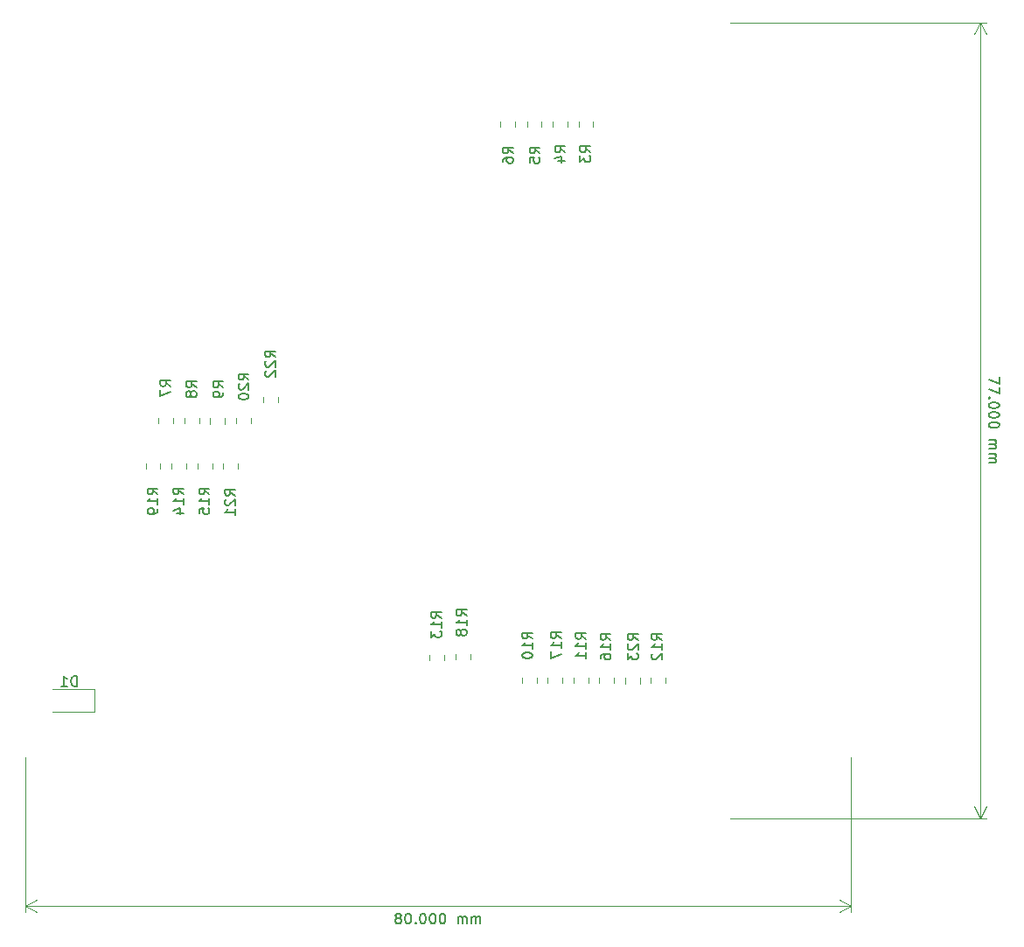
<source format=gbr>
%TF.GenerationSoftware,KiCad,Pcbnew,(5.1.2-1)-1*%
%TF.CreationDate,2019-08-17T10:29:18+10:00*%
%TF.ProjectId,GreengrassEntryHardware,47726565-6e67-4726-9173-73456e747279,v1.0*%
%TF.SameCoordinates,Original*%
%TF.FileFunction,Legend,Bot*%
%TF.FilePolarity,Positive*%
%FSLAX46Y46*%
G04 Gerber Fmt 4.6, Leading zero omitted, Abs format (unit mm)*
G04 Created by KiCad (PCBNEW (5.1.2-1)-1) date 2019-08-17 10:29:18*
%MOMM*%
%LPD*%
G04 APERTURE LIST*
%ADD10C,0.150000*%
%ADD11C,0.120000*%
G04 APERTURE END LIST*
D10*
X144347619Y-141250952D02*
X144252380Y-141203333D01*
X144204761Y-141155714D01*
X144157142Y-141060476D01*
X144157142Y-141012857D01*
X144204761Y-140917619D01*
X144252380Y-140870000D01*
X144347619Y-140822380D01*
X144538095Y-140822380D01*
X144633333Y-140870000D01*
X144680952Y-140917619D01*
X144728571Y-141012857D01*
X144728571Y-141060476D01*
X144680952Y-141155714D01*
X144633333Y-141203333D01*
X144538095Y-141250952D01*
X144347619Y-141250952D01*
X144252380Y-141298571D01*
X144204761Y-141346190D01*
X144157142Y-141441428D01*
X144157142Y-141631904D01*
X144204761Y-141727142D01*
X144252380Y-141774761D01*
X144347619Y-141822380D01*
X144538095Y-141822380D01*
X144633333Y-141774761D01*
X144680952Y-141727142D01*
X144728571Y-141631904D01*
X144728571Y-141441428D01*
X144680952Y-141346190D01*
X144633333Y-141298571D01*
X144538095Y-141250952D01*
X145347619Y-140822380D02*
X145442857Y-140822380D01*
X145538095Y-140870000D01*
X145585714Y-140917619D01*
X145633333Y-141012857D01*
X145680952Y-141203333D01*
X145680952Y-141441428D01*
X145633333Y-141631904D01*
X145585714Y-141727142D01*
X145538095Y-141774761D01*
X145442857Y-141822380D01*
X145347619Y-141822380D01*
X145252380Y-141774761D01*
X145204761Y-141727142D01*
X145157142Y-141631904D01*
X145109523Y-141441428D01*
X145109523Y-141203333D01*
X145157142Y-141012857D01*
X145204761Y-140917619D01*
X145252380Y-140870000D01*
X145347619Y-140822380D01*
X146109523Y-141727142D02*
X146157142Y-141774761D01*
X146109523Y-141822380D01*
X146061904Y-141774761D01*
X146109523Y-141727142D01*
X146109523Y-141822380D01*
X146776190Y-140822380D02*
X146871428Y-140822380D01*
X146966666Y-140870000D01*
X147014285Y-140917619D01*
X147061904Y-141012857D01*
X147109523Y-141203333D01*
X147109523Y-141441428D01*
X147061904Y-141631904D01*
X147014285Y-141727142D01*
X146966666Y-141774761D01*
X146871428Y-141822380D01*
X146776190Y-141822380D01*
X146680952Y-141774761D01*
X146633333Y-141727142D01*
X146585714Y-141631904D01*
X146538095Y-141441428D01*
X146538095Y-141203333D01*
X146585714Y-141012857D01*
X146633333Y-140917619D01*
X146680952Y-140870000D01*
X146776190Y-140822380D01*
X147728571Y-140822380D02*
X147823809Y-140822380D01*
X147919047Y-140870000D01*
X147966666Y-140917619D01*
X148014285Y-141012857D01*
X148061904Y-141203333D01*
X148061904Y-141441428D01*
X148014285Y-141631904D01*
X147966666Y-141727142D01*
X147919047Y-141774761D01*
X147823809Y-141822380D01*
X147728571Y-141822380D01*
X147633333Y-141774761D01*
X147585714Y-141727142D01*
X147538095Y-141631904D01*
X147490476Y-141441428D01*
X147490476Y-141203333D01*
X147538095Y-141012857D01*
X147585714Y-140917619D01*
X147633333Y-140870000D01*
X147728571Y-140822380D01*
X148680952Y-140822380D02*
X148776190Y-140822380D01*
X148871428Y-140870000D01*
X148919047Y-140917619D01*
X148966666Y-141012857D01*
X149014285Y-141203333D01*
X149014285Y-141441428D01*
X148966666Y-141631904D01*
X148919047Y-141727142D01*
X148871428Y-141774761D01*
X148776190Y-141822380D01*
X148680952Y-141822380D01*
X148585714Y-141774761D01*
X148538095Y-141727142D01*
X148490476Y-141631904D01*
X148442857Y-141441428D01*
X148442857Y-141203333D01*
X148490476Y-141012857D01*
X148538095Y-140917619D01*
X148585714Y-140870000D01*
X148680952Y-140822380D01*
X150204761Y-141822380D02*
X150204761Y-141155714D01*
X150204761Y-141250952D02*
X150252380Y-141203333D01*
X150347619Y-141155714D01*
X150490476Y-141155714D01*
X150585714Y-141203333D01*
X150633333Y-141298571D01*
X150633333Y-141822380D01*
X150633333Y-141298571D02*
X150680952Y-141203333D01*
X150776190Y-141155714D01*
X150919047Y-141155714D01*
X151014285Y-141203333D01*
X151061904Y-141298571D01*
X151061904Y-141822380D01*
X151538095Y-141822380D02*
X151538095Y-141155714D01*
X151538095Y-141250952D02*
X151585714Y-141203333D01*
X151680952Y-141155714D01*
X151823809Y-141155714D01*
X151919047Y-141203333D01*
X151966666Y-141298571D01*
X151966666Y-141822380D01*
X151966666Y-141298571D02*
X152014285Y-141203333D01*
X152109523Y-141155714D01*
X152252380Y-141155714D01*
X152347619Y-141203333D01*
X152395238Y-141298571D01*
X152395238Y-141822380D01*
D11*
X188300000Y-140100000D02*
X108300000Y-140100000D01*
X188300000Y-125700000D02*
X188300000Y-140686421D01*
X108300000Y-125700000D02*
X108300000Y-140686421D01*
X108300000Y-140100000D02*
X109426504Y-139513579D01*
X108300000Y-140100000D02*
X109426504Y-140686421D01*
X188300000Y-140100000D02*
X187173496Y-139513579D01*
X188300000Y-140100000D02*
X187173496Y-140686421D01*
D10*
X202617619Y-88909523D02*
X202617619Y-89576190D01*
X201617619Y-89147619D01*
X202617619Y-89861904D02*
X202617619Y-90528571D01*
X201617619Y-90100000D01*
X201712857Y-90909523D02*
X201665238Y-90957142D01*
X201617619Y-90909523D01*
X201665238Y-90861904D01*
X201712857Y-90909523D01*
X201617619Y-90909523D01*
X202617619Y-91576190D02*
X202617619Y-91671428D01*
X202570000Y-91766666D01*
X202522380Y-91814285D01*
X202427142Y-91861904D01*
X202236666Y-91909523D01*
X201998571Y-91909523D01*
X201808095Y-91861904D01*
X201712857Y-91814285D01*
X201665238Y-91766666D01*
X201617619Y-91671428D01*
X201617619Y-91576190D01*
X201665238Y-91480952D01*
X201712857Y-91433333D01*
X201808095Y-91385714D01*
X201998571Y-91338095D01*
X202236666Y-91338095D01*
X202427142Y-91385714D01*
X202522380Y-91433333D01*
X202570000Y-91480952D01*
X202617619Y-91576190D01*
X202617619Y-92528571D02*
X202617619Y-92623809D01*
X202570000Y-92719047D01*
X202522380Y-92766666D01*
X202427142Y-92814285D01*
X202236666Y-92861904D01*
X201998571Y-92861904D01*
X201808095Y-92814285D01*
X201712857Y-92766666D01*
X201665238Y-92719047D01*
X201617619Y-92623809D01*
X201617619Y-92528571D01*
X201665238Y-92433333D01*
X201712857Y-92385714D01*
X201808095Y-92338095D01*
X201998571Y-92290476D01*
X202236666Y-92290476D01*
X202427142Y-92338095D01*
X202522380Y-92385714D01*
X202570000Y-92433333D01*
X202617619Y-92528571D01*
X202617619Y-93480952D02*
X202617619Y-93576190D01*
X202570000Y-93671428D01*
X202522380Y-93719047D01*
X202427142Y-93766666D01*
X202236666Y-93814285D01*
X201998571Y-93814285D01*
X201808095Y-93766666D01*
X201712857Y-93719047D01*
X201665238Y-93671428D01*
X201617619Y-93576190D01*
X201617619Y-93480952D01*
X201665238Y-93385714D01*
X201712857Y-93338095D01*
X201808095Y-93290476D01*
X201998571Y-93242857D01*
X202236666Y-93242857D01*
X202427142Y-93290476D01*
X202522380Y-93338095D01*
X202570000Y-93385714D01*
X202617619Y-93480952D01*
X201617619Y-95004761D02*
X202284285Y-95004761D01*
X202189047Y-95004761D02*
X202236666Y-95052380D01*
X202284285Y-95147619D01*
X202284285Y-95290476D01*
X202236666Y-95385714D01*
X202141428Y-95433333D01*
X201617619Y-95433333D01*
X202141428Y-95433333D02*
X202236666Y-95480952D01*
X202284285Y-95576190D01*
X202284285Y-95719047D01*
X202236666Y-95814285D01*
X202141428Y-95861904D01*
X201617619Y-95861904D01*
X201617619Y-96338095D02*
X202284285Y-96338095D01*
X202189047Y-96338095D02*
X202236666Y-96385714D01*
X202284285Y-96480952D01*
X202284285Y-96623809D01*
X202236666Y-96719047D01*
X202141428Y-96766666D01*
X201617619Y-96766666D01*
X202141428Y-96766666D02*
X202236666Y-96814285D01*
X202284285Y-96909523D01*
X202284285Y-97052380D01*
X202236666Y-97147619D01*
X202141428Y-97195238D01*
X201617619Y-97195238D01*
D11*
X200800000Y-54600000D02*
X200800000Y-131600000D01*
X176600000Y-54600000D02*
X201386421Y-54600000D01*
X176600000Y-131600000D02*
X201386421Y-131600000D01*
X200800000Y-131600000D02*
X200213579Y-130473496D01*
X200800000Y-131600000D02*
X201386421Y-130473496D01*
X200800000Y-54600000D02*
X200213579Y-55726504D01*
X200800000Y-54600000D02*
X201386421Y-55726504D01*
X166415000Y-118561252D02*
X166415000Y-118038748D01*
X167835000Y-118561252D02*
X167835000Y-118038748D01*
X131390000Y-91311252D02*
X131390000Y-90788748D01*
X132810000Y-91311252D02*
X132810000Y-90788748D01*
X127490000Y-97761252D02*
X127490000Y-97238748D01*
X128910000Y-97761252D02*
X128910000Y-97238748D01*
X128740000Y-93361252D02*
X128740000Y-92838748D01*
X130160000Y-93361252D02*
X130160000Y-92838748D01*
X151410000Y-116236252D02*
X151410000Y-115713748D01*
X149990000Y-116236252D02*
X149990000Y-115713748D01*
X148910000Y-116336252D02*
X148910000Y-115813748D01*
X147490000Y-116336252D02*
X147490000Y-115813748D01*
X157835000Y-118511252D02*
X157835000Y-117988748D01*
X156415000Y-118511252D02*
X156415000Y-117988748D01*
X162835000Y-118536252D02*
X162835000Y-118013748D01*
X161415000Y-118536252D02*
X161415000Y-118013748D01*
X170285000Y-118536252D02*
X170285000Y-118013748D01*
X168865000Y-118536252D02*
X168865000Y-118013748D01*
X163890000Y-118536252D02*
X163890000Y-118013748D01*
X165310000Y-118536252D02*
X165310000Y-118013748D01*
X158890000Y-118536252D02*
X158890000Y-118013748D01*
X160310000Y-118536252D02*
X160310000Y-118013748D01*
X119990000Y-97761252D02*
X119990000Y-97238748D01*
X121410000Y-97761252D02*
X121410000Y-97238748D01*
X124990000Y-97761252D02*
X124990000Y-97238748D01*
X126410000Y-97761252D02*
X126410000Y-97238748D01*
X158310000Y-64163748D02*
X158310000Y-64686252D01*
X156890000Y-64163748D02*
X156890000Y-64686252D01*
X161890000Y-64163748D02*
X161890000Y-64686252D01*
X163310000Y-64163748D02*
X163310000Y-64686252D01*
X154340000Y-64163748D02*
X154340000Y-64686252D01*
X155760000Y-64163748D02*
X155760000Y-64686252D01*
X160810000Y-64163748D02*
X160810000Y-64686252D01*
X159390000Y-64163748D02*
X159390000Y-64686252D01*
X121240000Y-93386252D02*
X121240000Y-92863748D01*
X122660000Y-93386252D02*
X122660000Y-92863748D01*
X125160000Y-93386252D02*
X125160000Y-92863748D01*
X123740000Y-93386252D02*
X123740000Y-92863748D01*
X126240000Y-93411252D02*
X126240000Y-92888748D01*
X127660000Y-93411252D02*
X127660000Y-92888748D01*
X123910000Y-97761252D02*
X123910000Y-97238748D01*
X122490000Y-97761252D02*
X122490000Y-97238748D01*
X110987500Y-119065000D02*
X115047500Y-119065000D01*
X115047500Y-119065000D02*
X115047500Y-121335000D01*
X115047500Y-121335000D02*
X110987500Y-121335000D01*
D10*
X167652380Y-114357142D02*
X167176190Y-114023809D01*
X167652380Y-113785714D02*
X166652380Y-113785714D01*
X166652380Y-114166666D01*
X166700000Y-114261904D01*
X166747619Y-114309523D01*
X166842857Y-114357142D01*
X166985714Y-114357142D01*
X167080952Y-114309523D01*
X167128571Y-114261904D01*
X167176190Y-114166666D01*
X167176190Y-113785714D01*
X166747619Y-114738095D02*
X166700000Y-114785714D01*
X166652380Y-114880952D01*
X166652380Y-115119047D01*
X166700000Y-115214285D01*
X166747619Y-115261904D01*
X166842857Y-115309523D01*
X166938095Y-115309523D01*
X167080952Y-115261904D01*
X167652380Y-114690476D01*
X167652380Y-115309523D01*
X166652380Y-115642857D02*
X166652380Y-116261904D01*
X167033333Y-115928571D01*
X167033333Y-116071428D01*
X167080952Y-116166666D01*
X167128571Y-116214285D01*
X167223809Y-116261904D01*
X167461904Y-116261904D01*
X167557142Y-116214285D01*
X167604761Y-116166666D01*
X167652380Y-116071428D01*
X167652380Y-115785714D01*
X167604761Y-115690476D01*
X167557142Y-115642857D01*
X132552380Y-86957142D02*
X132076190Y-86623809D01*
X132552380Y-86385714D02*
X131552380Y-86385714D01*
X131552380Y-86766666D01*
X131600000Y-86861904D01*
X131647619Y-86909523D01*
X131742857Y-86957142D01*
X131885714Y-86957142D01*
X131980952Y-86909523D01*
X132028571Y-86861904D01*
X132076190Y-86766666D01*
X132076190Y-86385714D01*
X131647619Y-87338095D02*
X131600000Y-87385714D01*
X131552380Y-87480952D01*
X131552380Y-87719047D01*
X131600000Y-87814285D01*
X131647619Y-87861904D01*
X131742857Y-87909523D01*
X131838095Y-87909523D01*
X131980952Y-87861904D01*
X132552380Y-87290476D01*
X132552380Y-87909523D01*
X131647619Y-88290476D02*
X131600000Y-88338095D01*
X131552380Y-88433333D01*
X131552380Y-88671428D01*
X131600000Y-88766666D01*
X131647619Y-88814285D01*
X131742857Y-88861904D01*
X131838095Y-88861904D01*
X131980952Y-88814285D01*
X132552380Y-88242857D01*
X132552380Y-88861904D01*
X128652380Y-100357142D02*
X128176190Y-100023809D01*
X128652380Y-99785714D02*
X127652380Y-99785714D01*
X127652380Y-100166666D01*
X127700000Y-100261904D01*
X127747619Y-100309523D01*
X127842857Y-100357142D01*
X127985714Y-100357142D01*
X128080952Y-100309523D01*
X128128571Y-100261904D01*
X128176190Y-100166666D01*
X128176190Y-99785714D01*
X127747619Y-100738095D02*
X127700000Y-100785714D01*
X127652380Y-100880952D01*
X127652380Y-101119047D01*
X127700000Y-101214285D01*
X127747619Y-101261904D01*
X127842857Y-101309523D01*
X127938095Y-101309523D01*
X128080952Y-101261904D01*
X128652380Y-100690476D01*
X128652380Y-101309523D01*
X128652380Y-102261904D02*
X128652380Y-101690476D01*
X128652380Y-101976190D02*
X127652380Y-101976190D01*
X127795238Y-101880952D01*
X127890476Y-101785714D01*
X127938095Y-101690476D01*
X129952380Y-89157142D02*
X129476190Y-88823809D01*
X129952380Y-88585714D02*
X128952380Y-88585714D01*
X128952380Y-88966666D01*
X129000000Y-89061904D01*
X129047619Y-89109523D01*
X129142857Y-89157142D01*
X129285714Y-89157142D01*
X129380952Y-89109523D01*
X129428571Y-89061904D01*
X129476190Y-88966666D01*
X129476190Y-88585714D01*
X129047619Y-89538095D02*
X129000000Y-89585714D01*
X128952380Y-89680952D01*
X128952380Y-89919047D01*
X129000000Y-90014285D01*
X129047619Y-90061904D01*
X129142857Y-90109523D01*
X129238095Y-90109523D01*
X129380952Y-90061904D01*
X129952380Y-89490476D01*
X129952380Y-90109523D01*
X128952380Y-90728571D02*
X128952380Y-90823809D01*
X129000000Y-90919047D01*
X129047619Y-90966666D01*
X129142857Y-91014285D01*
X129333333Y-91061904D01*
X129571428Y-91061904D01*
X129761904Y-91014285D01*
X129857142Y-90966666D01*
X129904761Y-90919047D01*
X129952380Y-90823809D01*
X129952380Y-90728571D01*
X129904761Y-90633333D01*
X129857142Y-90585714D01*
X129761904Y-90538095D01*
X129571428Y-90490476D01*
X129333333Y-90490476D01*
X129142857Y-90538095D01*
X129047619Y-90585714D01*
X129000000Y-90633333D01*
X128952380Y-90728571D01*
X151052380Y-112007142D02*
X150576190Y-111673809D01*
X151052380Y-111435714D02*
X150052380Y-111435714D01*
X150052380Y-111816666D01*
X150100000Y-111911904D01*
X150147619Y-111959523D01*
X150242857Y-112007142D01*
X150385714Y-112007142D01*
X150480952Y-111959523D01*
X150528571Y-111911904D01*
X150576190Y-111816666D01*
X150576190Y-111435714D01*
X151052380Y-112959523D02*
X151052380Y-112388095D01*
X151052380Y-112673809D02*
X150052380Y-112673809D01*
X150195238Y-112578571D01*
X150290476Y-112483333D01*
X150338095Y-112388095D01*
X150480952Y-113530952D02*
X150433333Y-113435714D01*
X150385714Y-113388095D01*
X150290476Y-113340476D01*
X150242857Y-113340476D01*
X150147619Y-113388095D01*
X150100000Y-113435714D01*
X150052380Y-113530952D01*
X150052380Y-113721428D01*
X150100000Y-113816666D01*
X150147619Y-113864285D01*
X150242857Y-113911904D01*
X150290476Y-113911904D01*
X150385714Y-113864285D01*
X150433333Y-113816666D01*
X150480952Y-113721428D01*
X150480952Y-113530952D01*
X150528571Y-113435714D01*
X150576190Y-113388095D01*
X150671428Y-113340476D01*
X150861904Y-113340476D01*
X150957142Y-113388095D01*
X151004761Y-113435714D01*
X151052380Y-113530952D01*
X151052380Y-113721428D01*
X151004761Y-113816666D01*
X150957142Y-113864285D01*
X150861904Y-113911904D01*
X150671428Y-113911904D01*
X150576190Y-113864285D01*
X150528571Y-113816666D01*
X150480952Y-113721428D01*
X148602380Y-112207142D02*
X148126190Y-111873809D01*
X148602380Y-111635714D02*
X147602380Y-111635714D01*
X147602380Y-112016666D01*
X147650000Y-112111904D01*
X147697619Y-112159523D01*
X147792857Y-112207142D01*
X147935714Y-112207142D01*
X148030952Y-112159523D01*
X148078571Y-112111904D01*
X148126190Y-112016666D01*
X148126190Y-111635714D01*
X148602380Y-113159523D02*
X148602380Y-112588095D01*
X148602380Y-112873809D02*
X147602380Y-112873809D01*
X147745238Y-112778571D01*
X147840476Y-112683333D01*
X147888095Y-112588095D01*
X147602380Y-113492857D02*
X147602380Y-114111904D01*
X147983333Y-113778571D01*
X147983333Y-113921428D01*
X148030952Y-114016666D01*
X148078571Y-114064285D01*
X148173809Y-114111904D01*
X148411904Y-114111904D01*
X148507142Y-114064285D01*
X148554761Y-114016666D01*
X148602380Y-113921428D01*
X148602380Y-113635714D01*
X148554761Y-113540476D01*
X148507142Y-113492857D01*
X157427380Y-114232142D02*
X156951190Y-113898809D01*
X157427380Y-113660714D02*
X156427380Y-113660714D01*
X156427380Y-114041666D01*
X156475000Y-114136904D01*
X156522619Y-114184523D01*
X156617857Y-114232142D01*
X156760714Y-114232142D01*
X156855952Y-114184523D01*
X156903571Y-114136904D01*
X156951190Y-114041666D01*
X156951190Y-113660714D01*
X157427380Y-115184523D02*
X157427380Y-114613095D01*
X157427380Y-114898809D02*
X156427380Y-114898809D01*
X156570238Y-114803571D01*
X156665476Y-114708333D01*
X156713095Y-114613095D01*
X156427380Y-115803571D02*
X156427380Y-115898809D01*
X156475000Y-115994047D01*
X156522619Y-116041666D01*
X156617857Y-116089285D01*
X156808333Y-116136904D01*
X157046428Y-116136904D01*
X157236904Y-116089285D01*
X157332142Y-116041666D01*
X157379761Y-115994047D01*
X157427380Y-115898809D01*
X157427380Y-115803571D01*
X157379761Y-115708333D01*
X157332142Y-115660714D01*
X157236904Y-115613095D01*
X157046428Y-115565476D01*
X156808333Y-115565476D01*
X156617857Y-115613095D01*
X156522619Y-115660714D01*
X156475000Y-115708333D01*
X156427380Y-115803571D01*
X162627380Y-114257142D02*
X162151190Y-113923809D01*
X162627380Y-113685714D02*
X161627380Y-113685714D01*
X161627380Y-114066666D01*
X161675000Y-114161904D01*
X161722619Y-114209523D01*
X161817857Y-114257142D01*
X161960714Y-114257142D01*
X162055952Y-114209523D01*
X162103571Y-114161904D01*
X162151190Y-114066666D01*
X162151190Y-113685714D01*
X162627380Y-115209523D02*
X162627380Y-114638095D01*
X162627380Y-114923809D02*
X161627380Y-114923809D01*
X161770238Y-114828571D01*
X161865476Y-114733333D01*
X161913095Y-114638095D01*
X162627380Y-116161904D02*
X162627380Y-115590476D01*
X162627380Y-115876190D02*
X161627380Y-115876190D01*
X161770238Y-115780952D01*
X161865476Y-115685714D01*
X161913095Y-115590476D01*
X169977380Y-114357142D02*
X169501190Y-114023809D01*
X169977380Y-113785714D02*
X168977380Y-113785714D01*
X168977380Y-114166666D01*
X169025000Y-114261904D01*
X169072619Y-114309523D01*
X169167857Y-114357142D01*
X169310714Y-114357142D01*
X169405952Y-114309523D01*
X169453571Y-114261904D01*
X169501190Y-114166666D01*
X169501190Y-113785714D01*
X169977380Y-115309523D02*
X169977380Y-114738095D01*
X169977380Y-115023809D02*
X168977380Y-115023809D01*
X169120238Y-114928571D01*
X169215476Y-114833333D01*
X169263095Y-114738095D01*
X169072619Y-115690476D02*
X169025000Y-115738095D01*
X168977380Y-115833333D01*
X168977380Y-116071428D01*
X169025000Y-116166666D01*
X169072619Y-116214285D01*
X169167857Y-116261904D01*
X169263095Y-116261904D01*
X169405952Y-116214285D01*
X169977380Y-115642857D01*
X169977380Y-116261904D01*
X165002380Y-114357142D02*
X164526190Y-114023809D01*
X165002380Y-113785714D02*
X164002380Y-113785714D01*
X164002380Y-114166666D01*
X164050000Y-114261904D01*
X164097619Y-114309523D01*
X164192857Y-114357142D01*
X164335714Y-114357142D01*
X164430952Y-114309523D01*
X164478571Y-114261904D01*
X164526190Y-114166666D01*
X164526190Y-113785714D01*
X165002380Y-115309523D02*
X165002380Y-114738095D01*
X165002380Y-115023809D02*
X164002380Y-115023809D01*
X164145238Y-114928571D01*
X164240476Y-114833333D01*
X164288095Y-114738095D01*
X164002380Y-116166666D02*
X164002380Y-115976190D01*
X164050000Y-115880952D01*
X164097619Y-115833333D01*
X164240476Y-115738095D01*
X164430952Y-115690476D01*
X164811904Y-115690476D01*
X164907142Y-115738095D01*
X164954761Y-115785714D01*
X165002380Y-115880952D01*
X165002380Y-116071428D01*
X164954761Y-116166666D01*
X164907142Y-116214285D01*
X164811904Y-116261904D01*
X164573809Y-116261904D01*
X164478571Y-116214285D01*
X164430952Y-116166666D01*
X164383333Y-116071428D01*
X164383333Y-115880952D01*
X164430952Y-115785714D01*
X164478571Y-115738095D01*
X164573809Y-115690476D01*
X160202380Y-114182142D02*
X159726190Y-113848809D01*
X160202380Y-113610714D02*
X159202380Y-113610714D01*
X159202380Y-113991666D01*
X159250000Y-114086904D01*
X159297619Y-114134523D01*
X159392857Y-114182142D01*
X159535714Y-114182142D01*
X159630952Y-114134523D01*
X159678571Y-114086904D01*
X159726190Y-113991666D01*
X159726190Y-113610714D01*
X160202380Y-115134523D02*
X160202380Y-114563095D01*
X160202380Y-114848809D02*
X159202380Y-114848809D01*
X159345238Y-114753571D01*
X159440476Y-114658333D01*
X159488095Y-114563095D01*
X159202380Y-115467857D02*
X159202380Y-116134523D01*
X160202380Y-115705952D01*
X121152380Y-100257142D02*
X120676190Y-99923809D01*
X121152380Y-99685714D02*
X120152380Y-99685714D01*
X120152380Y-100066666D01*
X120200000Y-100161904D01*
X120247619Y-100209523D01*
X120342857Y-100257142D01*
X120485714Y-100257142D01*
X120580952Y-100209523D01*
X120628571Y-100161904D01*
X120676190Y-100066666D01*
X120676190Y-99685714D01*
X121152380Y-101209523D02*
X121152380Y-100638095D01*
X121152380Y-100923809D02*
X120152380Y-100923809D01*
X120295238Y-100828571D01*
X120390476Y-100733333D01*
X120438095Y-100638095D01*
X121152380Y-101685714D02*
X121152380Y-101876190D01*
X121104761Y-101971428D01*
X121057142Y-102019047D01*
X120914285Y-102114285D01*
X120723809Y-102161904D01*
X120342857Y-102161904D01*
X120247619Y-102114285D01*
X120200000Y-102066666D01*
X120152380Y-101971428D01*
X120152380Y-101780952D01*
X120200000Y-101685714D01*
X120247619Y-101638095D01*
X120342857Y-101590476D01*
X120580952Y-101590476D01*
X120676190Y-101638095D01*
X120723809Y-101685714D01*
X120771428Y-101780952D01*
X120771428Y-101971428D01*
X120723809Y-102066666D01*
X120676190Y-102114285D01*
X120580952Y-102161904D01*
X126152380Y-100257142D02*
X125676190Y-99923809D01*
X126152380Y-99685714D02*
X125152380Y-99685714D01*
X125152380Y-100066666D01*
X125200000Y-100161904D01*
X125247619Y-100209523D01*
X125342857Y-100257142D01*
X125485714Y-100257142D01*
X125580952Y-100209523D01*
X125628571Y-100161904D01*
X125676190Y-100066666D01*
X125676190Y-99685714D01*
X126152380Y-101209523D02*
X126152380Y-100638095D01*
X126152380Y-100923809D02*
X125152380Y-100923809D01*
X125295238Y-100828571D01*
X125390476Y-100733333D01*
X125438095Y-100638095D01*
X125152380Y-102114285D02*
X125152380Y-101638095D01*
X125628571Y-101590476D01*
X125580952Y-101638095D01*
X125533333Y-101733333D01*
X125533333Y-101971428D01*
X125580952Y-102066666D01*
X125628571Y-102114285D01*
X125723809Y-102161904D01*
X125961904Y-102161904D01*
X126057142Y-102114285D01*
X126104761Y-102066666D01*
X126152380Y-101971428D01*
X126152380Y-101733333D01*
X126104761Y-101638095D01*
X126057142Y-101590476D01*
X158152380Y-67233333D02*
X157676190Y-66900000D01*
X158152380Y-66661904D02*
X157152380Y-66661904D01*
X157152380Y-67042857D01*
X157200000Y-67138095D01*
X157247619Y-67185714D01*
X157342857Y-67233333D01*
X157485714Y-67233333D01*
X157580952Y-67185714D01*
X157628571Y-67138095D01*
X157676190Y-67042857D01*
X157676190Y-66661904D01*
X157152380Y-68138095D02*
X157152380Y-67661904D01*
X157628571Y-67614285D01*
X157580952Y-67661904D01*
X157533333Y-67757142D01*
X157533333Y-67995238D01*
X157580952Y-68090476D01*
X157628571Y-68138095D01*
X157723809Y-68185714D01*
X157961904Y-68185714D01*
X158057142Y-68138095D01*
X158104761Y-68090476D01*
X158152380Y-67995238D01*
X158152380Y-67757142D01*
X158104761Y-67661904D01*
X158057142Y-67614285D01*
X163052380Y-67133333D02*
X162576190Y-66800000D01*
X163052380Y-66561904D02*
X162052380Y-66561904D01*
X162052380Y-66942857D01*
X162100000Y-67038095D01*
X162147619Y-67085714D01*
X162242857Y-67133333D01*
X162385714Y-67133333D01*
X162480952Y-67085714D01*
X162528571Y-67038095D01*
X162576190Y-66942857D01*
X162576190Y-66561904D01*
X162052380Y-67466666D02*
X162052380Y-68085714D01*
X162433333Y-67752380D01*
X162433333Y-67895238D01*
X162480952Y-67990476D01*
X162528571Y-68038095D01*
X162623809Y-68085714D01*
X162861904Y-68085714D01*
X162957142Y-68038095D01*
X163004761Y-67990476D01*
X163052380Y-67895238D01*
X163052380Y-67609523D01*
X163004761Y-67514285D01*
X162957142Y-67466666D01*
X155552380Y-67233333D02*
X155076190Y-66900000D01*
X155552380Y-66661904D02*
X154552380Y-66661904D01*
X154552380Y-67042857D01*
X154600000Y-67138095D01*
X154647619Y-67185714D01*
X154742857Y-67233333D01*
X154885714Y-67233333D01*
X154980952Y-67185714D01*
X155028571Y-67138095D01*
X155076190Y-67042857D01*
X155076190Y-66661904D01*
X154552380Y-68090476D02*
X154552380Y-67900000D01*
X154600000Y-67804761D01*
X154647619Y-67757142D01*
X154790476Y-67661904D01*
X154980952Y-67614285D01*
X155361904Y-67614285D01*
X155457142Y-67661904D01*
X155504761Y-67709523D01*
X155552380Y-67804761D01*
X155552380Y-67995238D01*
X155504761Y-68090476D01*
X155457142Y-68138095D01*
X155361904Y-68185714D01*
X155123809Y-68185714D01*
X155028571Y-68138095D01*
X154980952Y-68090476D01*
X154933333Y-67995238D01*
X154933333Y-67804761D01*
X154980952Y-67709523D01*
X155028571Y-67661904D01*
X155123809Y-67614285D01*
X160602380Y-67133333D02*
X160126190Y-66800000D01*
X160602380Y-66561904D02*
X159602380Y-66561904D01*
X159602380Y-66942857D01*
X159650000Y-67038095D01*
X159697619Y-67085714D01*
X159792857Y-67133333D01*
X159935714Y-67133333D01*
X160030952Y-67085714D01*
X160078571Y-67038095D01*
X160126190Y-66942857D01*
X160126190Y-66561904D01*
X159935714Y-67990476D02*
X160602380Y-67990476D01*
X159554761Y-67752380D02*
X160269047Y-67514285D01*
X160269047Y-68133333D01*
X122402380Y-89783333D02*
X121926190Y-89450000D01*
X122402380Y-89211904D02*
X121402380Y-89211904D01*
X121402380Y-89592857D01*
X121450000Y-89688095D01*
X121497619Y-89735714D01*
X121592857Y-89783333D01*
X121735714Y-89783333D01*
X121830952Y-89735714D01*
X121878571Y-89688095D01*
X121926190Y-89592857D01*
X121926190Y-89211904D01*
X121402380Y-90116666D02*
X121402380Y-90783333D01*
X122402380Y-90354761D01*
X124902380Y-89883333D02*
X124426190Y-89550000D01*
X124902380Y-89311904D02*
X123902380Y-89311904D01*
X123902380Y-89692857D01*
X123950000Y-89788095D01*
X123997619Y-89835714D01*
X124092857Y-89883333D01*
X124235714Y-89883333D01*
X124330952Y-89835714D01*
X124378571Y-89788095D01*
X124426190Y-89692857D01*
X124426190Y-89311904D01*
X124330952Y-90454761D02*
X124283333Y-90359523D01*
X124235714Y-90311904D01*
X124140476Y-90264285D01*
X124092857Y-90264285D01*
X123997619Y-90311904D01*
X123950000Y-90359523D01*
X123902380Y-90454761D01*
X123902380Y-90645238D01*
X123950000Y-90740476D01*
X123997619Y-90788095D01*
X124092857Y-90835714D01*
X124140476Y-90835714D01*
X124235714Y-90788095D01*
X124283333Y-90740476D01*
X124330952Y-90645238D01*
X124330952Y-90454761D01*
X124378571Y-90359523D01*
X124426190Y-90311904D01*
X124521428Y-90264285D01*
X124711904Y-90264285D01*
X124807142Y-90311904D01*
X124854761Y-90359523D01*
X124902380Y-90454761D01*
X124902380Y-90645238D01*
X124854761Y-90740476D01*
X124807142Y-90788095D01*
X124711904Y-90835714D01*
X124521428Y-90835714D01*
X124426190Y-90788095D01*
X124378571Y-90740476D01*
X124330952Y-90645238D01*
X127502380Y-89908333D02*
X127026190Y-89575000D01*
X127502380Y-89336904D02*
X126502380Y-89336904D01*
X126502380Y-89717857D01*
X126550000Y-89813095D01*
X126597619Y-89860714D01*
X126692857Y-89908333D01*
X126835714Y-89908333D01*
X126930952Y-89860714D01*
X126978571Y-89813095D01*
X127026190Y-89717857D01*
X127026190Y-89336904D01*
X127502380Y-90384523D02*
X127502380Y-90575000D01*
X127454761Y-90670238D01*
X127407142Y-90717857D01*
X127264285Y-90813095D01*
X127073809Y-90860714D01*
X126692857Y-90860714D01*
X126597619Y-90813095D01*
X126550000Y-90765476D01*
X126502380Y-90670238D01*
X126502380Y-90479761D01*
X126550000Y-90384523D01*
X126597619Y-90336904D01*
X126692857Y-90289285D01*
X126930952Y-90289285D01*
X127026190Y-90336904D01*
X127073809Y-90384523D01*
X127121428Y-90479761D01*
X127121428Y-90670238D01*
X127073809Y-90765476D01*
X127026190Y-90813095D01*
X126930952Y-90860714D01*
X123652380Y-100257142D02*
X123176190Y-99923809D01*
X123652380Y-99685714D02*
X122652380Y-99685714D01*
X122652380Y-100066666D01*
X122700000Y-100161904D01*
X122747619Y-100209523D01*
X122842857Y-100257142D01*
X122985714Y-100257142D01*
X123080952Y-100209523D01*
X123128571Y-100161904D01*
X123176190Y-100066666D01*
X123176190Y-99685714D01*
X123652380Y-101209523D02*
X123652380Y-100638095D01*
X123652380Y-100923809D02*
X122652380Y-100923809D01*
X122795238Y-100828571D01*
X122890476Y-100733333D01*
X122938095Y-100638095D01*
X122985714Y-102066666D02*
X123652380Y-102066666D01*
X122604761Y-101828571D02*
X123319047Y-101590476D01*
X123319047Y-102209523D01*
X113325595Y-118832380D02*
X113325595Y-117832380D01*
X113087500Y-117832380D01*
X112944642Y-117880000D01*
X112849404Y-117975238D01*
X112801785Y-118070476D01*
X112754166Y-118260952D01*
X112754166Y-118403809D01*
X112801785Y-118594285D01*
X112849404Y-118689523D01*
X112944642Y-118784761D01*
X113087500Y-118832380D01*
X113325595Y-118832380D01*
X111801785Y-118832380D02*
X112373214Y-118832380D01*
X112087500Y-118832380D02*
X112087500Y-117832380D01*
X112182738Y-117975238D01*
X112277976Y-118070476D01*
X112373214Y-118118095D01*
M02*

</source>
